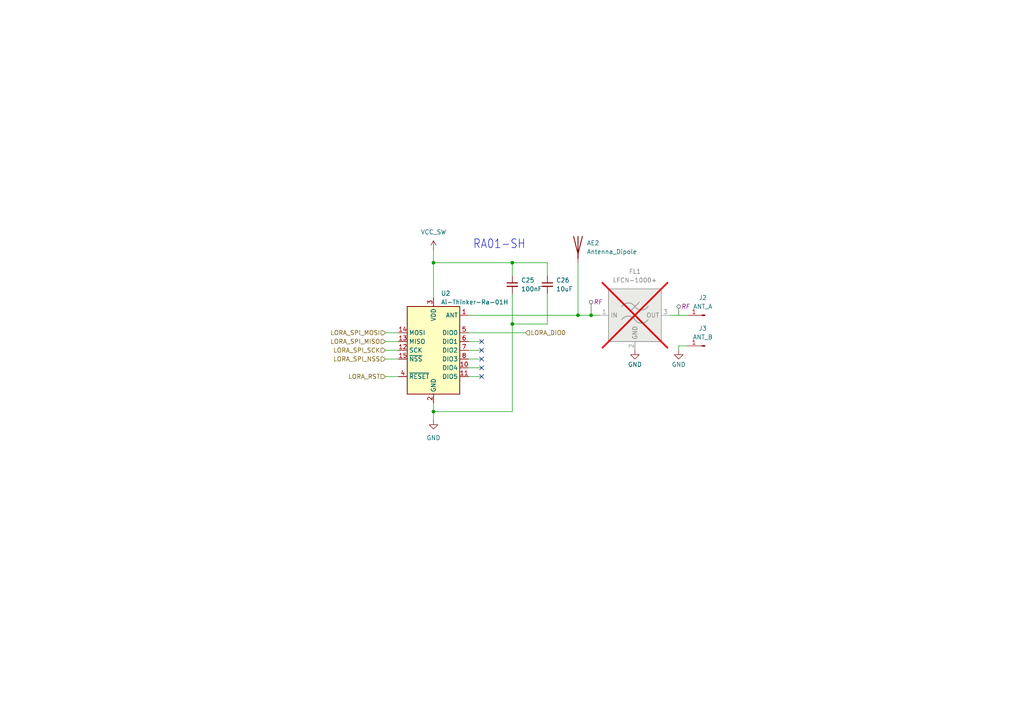
<source format=kicad_sch>
(kicad_sch (version 20250114) (generator "eeschema") (generator_version "9.0")
  (paper "A4")
  (title_block (title "Mainboard replacement for Nokia 3310") (date "29-12-2025") (rev "Rev A") (company "Mesh3310") (comment 1 "JDJ electronics"))
  (lib_symbols
    (symbol "Connector:Conn_01x01_Pin" (pin_names (offset 1.016) (hide yes))
      (property "Reference" "J" (at 0 2.54 0))
      (property "Value" "Conn_01x01_Pin" (at 0 -2.54 0))
      (symbol "Conn_01x01_Pin_1_1"
        (rectangle (start 0.8636 0.127) (end 0 -0.127) (stroke (width 0.1524)) (fill (type outline)))
        (polyline (pts (xy 1.27 0) (xy 0.8636 0)) (stroke (width 0.1524)))
        (pin passive line (at 5.08 0 180) (length 3.81) (name "Pin_1") (number "1"))
      )
    )
    (symbol "Device:Antenna" (pin_numbers (hide yes)) (pin_names (offset 1.016) (hide yes))
      (property "Reference" "AE" (at -1.905 1.905 0))
      (property "Value" "Antenna" (at -1.905 0 0))
      (symbol "Antenna_0_1"
        (polyline (pts (xy 0 2.54) (xy 0 -3.81)) (stroke (width 0.254)))
        (polyline (pts (xy 1.27 2.54) (xy 0 -2.54) (xy -1.27 2.54)) (stroke (width 0.254)))
      )
      (symbol "Antenna_1_1"
        (pin input line (at 0 -5.08 90) (length 2.54) (name "A") (number "1"))
      )
    )
    (symbol "Device:C_Small" (pin_numbers (hide yes)) (pin_names (offset 0.254) (hide yes))
      (property "Reference" "C" (at 0.254 1.778 0))
      (property "Value" "C_Small" (at 0.254 -2.032 0))
      (symbol "C_Small_0_1"
        (polyline (pts (xy -1.524 0.508) (xy 1.524 0.508)) (stroke (width 0.3048)))
        (polyline (pts (xy -1.524 -0.508) (xy 1.524 -0.508)) (stroke (width 0.3302)))
      )
      (symbol "C_Small_1_1"
        (pin passive line (at 0 2.54 270) (length 2.032) (name "~") (number "1"))
        (pin passive line (at 0 -2.54 90) (length 2.032) (name "~") (number "2"))
      )
    )
    (symbol "RF_Filter:LFCN-490"
      (property "Reference" "FL" (at 0 10.795 0))
      (property "Value" "LFCN-490" (at 0 8.89 0))
      (symbol "LFCN-490_0_1"
        (rectangle (start -7.62 7.62) (end 7.62 -7.62) (stroke (width 0.254)) (fill (type background)))
        (arc (start -3.81 2.54) (mid -1.905 3.5595) (end 0 2.54) (stroke (width 0.254)))
        (arc (start -3.81 -1.27) (mid -1.905 -0.2505) (end 0 -1.27) (stroke (width 0.254)))
        (polyline (pts (xy -1.27 1.27) (xy 1.27 3.81)) (stroke (width 0.254)))
        (arc (start 3.81 2.54) (mid 1.905 1.5205) (end 0 2.54) (stroke (width 0.254)))
        (arc (start 3.81 -1.27) (mid 1.905 -2.2895) (end 0 -1.27) (stroke (width 0.254)))
      )
      (symbol "LFCN-490_1_1"
        (pin passive line (at -10.16 0 0) (length 2.54) (name "IN") (number "1"))
        (pin passive line (at 0 -10.16 90) (length 2.54) (name "GND") (number "2"))
        (pin passive line (at 0 -10.16 90) (length 2.54) (hide yes) (name "GND") (number "4"))
        (pin passive line (at 10.16 0 180) (length 2.54) (name "OUT") (number "3"))
      )
    )
    (symbol "RF_Module:Ai-Thinker-Ra-01"
      (property "Reference" "U" (at 2.54 17.78 0))
      (property "Value" "Ai-Thinker-Ra-01" (at 13.97 -15.24 0))
      (symbol "Ai-Thinker-Ra-01_0_1"
        (rectangle (start -7.62 12.7) (end 7.62 -12.7) (stroke (width 0.254)) (fill (type background)))
      )
      (symbol "Ai-Thinker-Ra-01_1_1"
        (pin input line (at -10.16 5.08 0) (length 2.54) (name "MOSI") (number "14"))
        (pin output line (at -10.16 2.54 0) (length 2.54) (name "MISO") (number "13"))
        (pin input line (at -10.16 0 0) (length 2.54) (name "SCK") (number "12"))
        (pin input line (at -10.16 -2.54 0) (length 2.54) (name "~{NSS}") (number "15"))
        (pin input line (at -10.16 -7.62 0) (length 2.54) (name "~{RESET}") (number "4"))
        (pin power_in line (at 0 15.24 270) (length 2.54) (name "VDD") (number "3"))
        (pin passive line (at 0 -15.24 90) (length 2.54) (hide yes) (name "GND") (number "16"))
        (pin power_in line (at 0 -15.24 90) (length 2.54) (name "GND") (number "2"))
        (pin passive line (at 0 -15.24 90) (length 2.54) (hide yes) (name "GND") (number "9"))
        (pin passive line (at 10.16 10.16 180) (length 2.54) (name "ANT") (number "1"))
        (pin bidirectional line (at 10.16 5.08 180) (length 2.54) (name "DIO0") (number "5"))
        (pin bidirectional line (at 10.16 2.54 180) (length 2.54) (name "DIO1") (number "6"))
        (pin bidirectional line (at 10.16 0 180) (length 2.54) (name "DIO2") (number "7"))
        (pin bidirectional line (at 10.16 -2.54 180) (length 2.54) (name "DIO3") (number "8"))
        (pin bidirectional line (at 10.16 -5.08 180) (length 2.54) (name "DIO4") (number "10"))
        (pin bidirectional line (at 10.16 -7.62 180) (length 2.54) (name "DIO5") (number "11"))
      )
    )
    (symbol "power:+3V3" (power) (pin_numbers (hide yes)) (pin_names (offset 0) (hide yes))
      (property "Value" "+3V3" (at 0 3.556 0))
      (symbol "+3V3_0_1"
        (polyline (pts (xy -0.762 1.27) (xy 0 2.54)))
        (polyline (pts (xy 0 2.54) (xy 0.762 1.27)))
        (polyline (pts (xy 0 0) (xy 0 2.54)))
      )
      (symbol "+3V3_1_1"
        (pin power_in line (at 0 0 90) (length 0) (name "~") (number "1"))
      )
    )
    (symbol "power:GND" (power) (pin_numbers (hide yes)) (pin_names (offset 0) (hide yes))
      (property "Value" "GND" (at 0 -3.81 0))
      (symbol "GND_0_1"
        (polyline (pts (xy 0 0) (xy 0 -1.27) (xy 1.27 -1.27) (xy 0 -2.54) (xy -1.27 -1.27) (xy 0 -1.27)))
      )
      (symbol "GND_1_1"
        (pin power_in line (at 0 0 270) (length 0) (name "~") (number "1"))
      )
    )
  )
  (text "RA01-SH" (at 137.16 72.39 0) (effects (font (size 2.54 2.159)) (justify left bottom)))
  (junction (at 167.64 91.44))
  (junction (at 171.45 91.44))
  (junction (at 148.59 93.98))
  (junction (at 125.73 76.2))
  (junction (at 148.59 76.2))
  (junction (at 125.73 119.38))
  (no_connect (at 139.7 104.14))
  (no_connect (at 139.7 101.6))
  (no_connect (at 139.7 106.68))
  (no_connect (at 139.7 99.06))
  (no_connect (at 139.7 109.22))
  (wire (pts (xy 171.45 91.44) (xy 173.99 91.44)))
  (wire (pts (xy 171.45 90.17) (xy 171.45 91.44)))
  (wire (pts (xy 135.89 96.52) (xy 152.4 96.52)))
  (wire (pts (xy 125.73 119.38) (xy 125.73 121.92)))
  (wire (pts (xy 125.73 116.84) (xy 125.73 119.38)))
  (wire (pts (xy 148.59 93.98) (xy 158.75 93.98)))
  (wire (pts (xy 135.89 99.06) (xy 139.7 99.06)))
  (wire (pts (xy 148.59 119.38) (xy 125.73 119.38)))
  (wire (pts (xy 111.76 96.52) (xy 115.57 96.52)))
  (wire (pts (xy 125.73 76.2) (xy 148.59 76.2)))
  (wire (pts (xy 111.76 104.14) (xy 115.57 104.14)))
  (wire (pts (xy 135.89 109.22) (xy 139.7 109.22)))
  (wire (pts (xy 135.89 106.68) (xy 139.7 106.68)))
  (wire (pts (xy 148.59 85.09) (xy 148.59 93.98)))
  (wire (pts (xy 148.59 80.01) (xy 148.59 76.2)))
  (wire (pts (xy 167.64 91.44) (xy 171.45 91.44)))
  (wire (pts (xy 196.85 100.33) (xy 196.85 101.6)))
  (wire (pts (xy 158.75 76.2) (xy 148.59 76.2)))
  (wire (pts (xy 125.73 72.39) (xy 125.73 76.2)))
  (wire (pts (xy 194.31 91.44) (xy 199.39 91.44)))
  (wire (pts (xy 125.73 76.2) (xy 125.73 86.36)))
  (wire (pts (xy 111.76 109.22) (xy 115.57 109.22)))
  (wire (pts (xy 158.75 85.09) (xy 158.75 93.98)))
  (wire (pts (xy 111.76 101.6) (xy 115.57 101.6)))
  (wire (pts (xy 135.89 104.14) (xy 139.7 104.14)))
  (wire (pts (xy 135.89 101.6) (xy 139.7 101.6)))
  (wire (pts (xy 111.76 99.06) (xy 115.57 99.06)))
  (wire (pts (xy 148.59 93.98) (xy 148.59 119.38)))
  (wire (pts (xy 199.39 100.33) (xy 196.85 100.33)))
  (wire (pts (xy 135.89 91.44) (xy 167.64 91.44)))
  (wire (pts (xy 158.75 80.01) (xy 158.75 76.2)))
  (wire (pts (xy 167.64 76.2) (xy 167.64 91.44)))
  (hierarchical_label "LORA_RST" (shape input) (at 111.76 109.22 180))
  (hierarchical_label "LORA_SPI_MOSI" (shape input) (at 111.76 96.52 180))
  (hierarchical_label "LORA_SPI_MISO" (shape input) (at 111.76 99.06 180))
  (hierarchical_label "LORA_DIO0" (shape input) (at 152.4 96.52 0))
  (hierarchical_label "LORA_SPI_SCK" (shape input) (at 111.76 101.6 180))
  (hierarchical_label "LORA_SPI_NSS" (shape input) (at 111.76 104.14 180))
  (netclass_flag "" (length 2.54) (shape round) (at 171.45 90.17 0) (property "Netclass" "RF" (at 172.1485 87.63 0) (effects (font (italic yes)) (justify left))))
  (netclass_flag "" (length 2.54) (shape round) (at 196.85 91.44 0) (property "Netclass" "RF" (at 197.5485 88.9 0) (effects (font (italic yes)) (justify left))))
  (symbol (lib_id "Connector:Conn_01x01_Pin") (at 204.47 91.44 180) (unit 1) (in_bom no)
    (property "Reference" "J2" (at 203.835 86.36 0))
    (property "Value" "ANT_A" (at 203.835 88.9 0))
    (property "Footprint" "TestPoint:TestPoint_Pad_D1.5mm" (effects (hide yes)))
    (property "Description" "Generic connector, single row, 01x01, script generated" (effects (hide yes)))
  )
  (symbol (lib_id "power:GND") (at 184.15 101.6 0) (unit 1)
    (property "Reference" "#PWR033" (effects (hide yes)))
    (property "Value" "GND" (at 184.15 105.7331 0))
    (property "Description" "Power symbol creates a global label with name \"GND\" , ground" (effects (hide yes)))
  )
  (symbol (lib_id "power:GND") (at 196.85 101.6 0) (unit 1)
    (property "Reference" "#PWR034" (effects (hide yes)))
    (property "Value" "GND" (at 196.85 105.7331 0))
    (property "Description" "Power symbol creates a global label with name \"GND\" , ground" (effects (hide yes)))
  )
  (symbol (lib_id "Connector:Conn_01x01_Pin") (at 204.47 100.33 180) (unit 1) (in_bom no)
    (property "Reference" "J3" (at 203.835 95.25 0))
    (property "Value" "ANT_B" (at 203.835 97.79 0))
    (property "Footprint" "TestPoint:TestPoint_Pad_D1.5mm" (effects (hide yes)))
    (property "Description" "Generic connector, single row, 01x01, script generated" (effects (hide yes)))
  )
  (symbol (lib_id "Device:C_Small") (at 158.75 82.55 0) (unit 1)
    (property "Reference" "C26" (at 161.29 81.2862 0) (effects (justify left)))
    (property "Value" "10uF" (at 161.29 83.8262 0) (effects (justify left)))
    (property "Footprint" "Capacitor_SMD:C_0603_1608Metric" (effects (hide yes)))
    (property "Description" "Unpolarized capacitor, small symbol" (effects (hide yes)))
    (property "LCSC" "C96446" (effects (hide yes)))
  )
  (symbol (lib_id "RF_Module:Ai-Thinker-Ra-01") (at 125.73 101.6 0) (unit 1)
    (property "Reference" "U2" (at 127.8733 85.09 0) (effects (justify left)))
    (property "Value" "Ai-Thinker-Ra-01H" (at 127.8733 87.63 0) (effects (justify left)))
    (property "Footprint" "RF_Module:Ai-Thinker-Ra-01-LoRa" (effects (hide yes)))
    (property "Datasheet" "https://docs.ai-thinker.com/_media/lora/docs/ra-01h_product_specification_en.pdf" (effects (hide yes)))
    (property "Description" "Ai-Thinker Ra-01H 803-930 MHz LoRa Module, SPI interface, external antenna" (effects (hide yes)))
    (property "LCSC" "C503593" (effects (hide yes)))
    (property "JLCPCB_CORRECTION" "0;0;-90" (effects (hide yes)))
  )
  (symbol (lib_id "Device:C_Small") (at 148.59 82.55 0) (unit 1)
    (property "Reference" "C25" (at 151.13 81.2862 0) (effects (justify left)))
    (property "Value" "100nF" (at 151.13 83.8262 0) (effects (justify left)))
    (property "Footprint" "Capacitor_SMD:C_0402_1005Metric" (effects (hide yes)))
    (property "Description" "Unpolarized capacitor, small symbol" (effects (hide yes)))
    (property "LCSC" "C307331" (effects (hide yes)))
  )
  (symbol (lib_id "Device:Antenna") (at 167.64 71.12 0) (unit 1) (in_bom no)
    (property "Reference" "AE2" (at 170.18 70.4849 0) (effects (justify left)))
    (property "Value" "Antenna_Dipole" (at 170.18 73.0249 0) (effects (justify left)))
    (property "Footprint" "mesh3310_footprints:Texas_SWRA416_868MHz_915MHz_right_v2" (effects (hide yes)))
    (property "Description" "Antenna" (effects (hide yes)))
  )
  (symbol (lib_id "RF_Filter:LFCN-490") (at 184.15 91.44 0) (unit 1) (dnp yes)
    (property "Reference" "FL1" (at 184.15 78.74 0))
    (property "Value" "LFCN-1000+" (at 184.15 81.28 0))
    (property "Footprint" "Filter:Filter_Mini-Circuits_FV1206" (effects (hide yes)))
    (property "Datasheet" "https://www.minicircuits.com/pdfs/LFCN-1000+.pdf" (effects (hide yes)))
    (property "Description" "Low Pass Filter 50Ω DC1 to 1000 MH" (effects (hide yes)))
    (property "PN" "139-LFCN-1000" (effects (hide yes)))
    (property "MPN" "139-LFCN-1000" (effects (hide yes)))
  )
  (symbol (lib_id "power:+3V3") (at 125.73 72.39 0) (unit 1)
    (property "Reference" "#PWR079" (effects (hide yes)))
    (property "Value" "VCC_SW" (at 125.73 67.31 0))
    (property "Description" "Power symbol creates a global label with name \"+3V3\"" (effects (hide yes)))
  )
  (symbol (lib_id "power:GND") (at 125.73 121.92 0) (unit 1)
    (property "Reference" "#PWR080" (effects (hide yes)))
    (property "Value" "GND" (at 125.73 127 0))
    (property "Description" "Power symbol creates a global label with name \"GND\" , ground" (effects (hide yes)))
  )
)
</source>
